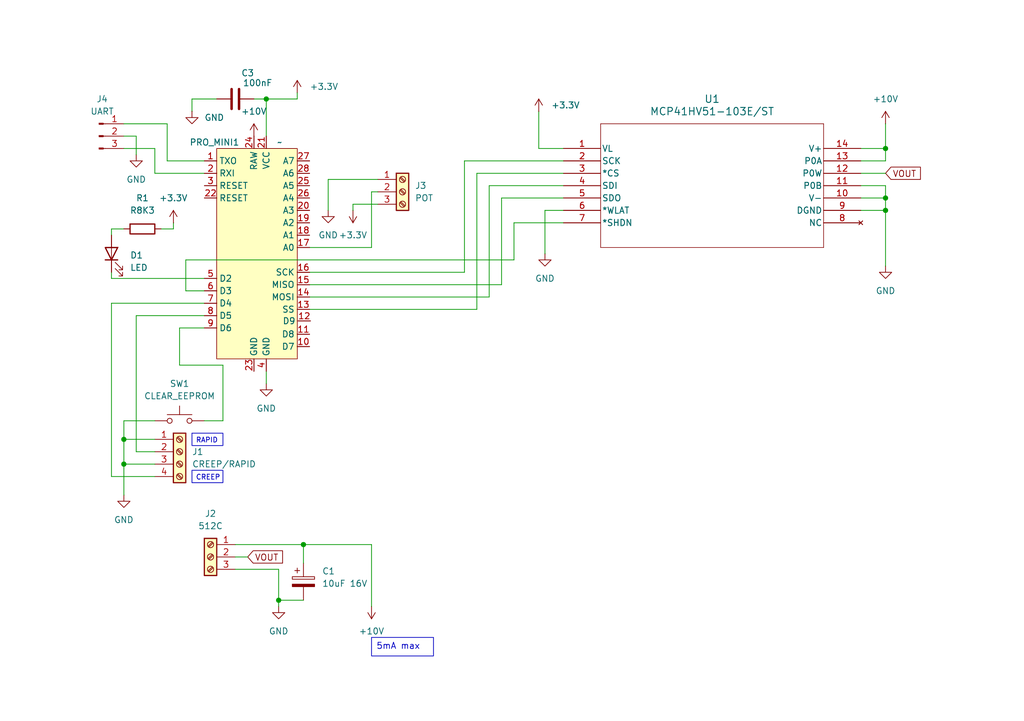
<source format=kicad_sch>
(kicad_sch (version 20231120) (generator "eeschema") (generator_version "8.0")
  (paper "A5")
  (title_block (title "MAHO MH300M Feed Controller") (rev "20240822-r1"))
  (lib_symbols
    (symbol "00_MCU_Module:Arduino_Pro_Mini"
      (property "Reference" "PRO_MINI" (at 2.286 1.778 0))
      (symbol "Arduino_Pro_Mini_1_1"
        (rectangle (start -16.51 0) (end 0 -43.18) (fill (type background)))
        (pin output line (at -19.05 -2.54 0) (length 2.54) (name "TXO") (number "1"))
        (pin bidirectional line (at 2.54 -40.64 180) (length 2.54) (name "D7") (number "10"))
        (pin bidirectional line (at 2.54 -38.1 180) (length 2.54) (name "D8") (number "11"))
        (pin bidirectional line (at 2.7104 -35.3895 180) (length 2.54) (name "D9") (number "12"))
        (pin bidirectional line (at 2.54 -33.02 180) (length 2.54) (name "D10") (number "13") (alternate "SS" output line))
        (pin bidirectional line (at 2.54 -30.48 180) (length 2.54) (name "D11") (number "14") (alternate "MOSI" output line))
        (pin bidirectional line (at 2.54 -27.94 180) (length 2.54) (name "D12") (number "15") (alternate "MISO" input line))
        (pin bidirectional line (at 2.54 -25.4 180) (length 2.54) (name "D13") (number "16") (alternate "SCK" output line))
        (pin input line (at 2.54 -20.32 180) (length 2.54) (name "A0") (number "17"))
        (pin input line (at 2.54 -17.78 180) (length 2.54) (name "A1") (number "18"))
        (pin input line (at 2.54 -15.24 180) (length 2.54) (name "A2") (number "19"))
        (pin input line (at -19.05 -5.08 0) (length 2.54) (name "RXI") (number "2"))
        (pin input line (at 2.54 -12.7 180) (length 2.54) (name "A3") (number "20"))
        (pin power_in line (at -6.35 2.54 270) (length 2.54) (name "VCC") (number "21"))
        (pin input line (at -19.05 -10.16 0) (length 2.54) (name "RESET") (number "22"))
        (pin power_in line (at -8.89 -45.72 90) (length 2.54) (name "GND") (number "23"))
        (pin power_in line (at -8.89 2.54 270) (length 2.54) (name "RAW") (number "24"))
        (pin input line (at 2.54 -7.62 180) (length 2.54) (name "A5") (number "25"))
        (pin input line (at 2.54 -10.16 180) (length 2.54) (name "A4") (number "26"))
        (pin input line (at 2.54 -2.54 180) (length 2.54) (name "A7") (number "27"))
        (pin input line (at 2.54 -5.08 180) (length 2.54) (name "A6") (number "28"))
        (pin input line (at -19.05 -7.62 0) (length 2.54) (name "RESET") (number "3"))
        (pin power_in line (at -6.35 -45.72 90) (length 2.54) (name "GND") (number "4"))
        (pin bidirectional line (at -19.05 -26.67 0) (length 2.54) (name "D2") (number "5"))
        (pin bidirectional line (at -19.05 -29.21 0) (length 2.54) (name "D3") (number "6"))
        (pin bidirectional line (at -19.05 -31.75 0) (length 2.54) (name "D4") (number "7"))
        (pin bidirectional line (at -19.05 -34.29 0) (length 2.54) (name "D5") (number "8"))
        (pin bidirectional line (at -19.05 -36.83 0) (length 2.54) (name "D6") (number "9"))
      )
    )
    (symbol "2024-07-15_14-13-34:MCP41HV51-103E_ST" (pin_names (offset 0.254))
      (property "Reference" "U" (at 30.48 10.16 0))
      (property "Value" "MCP41HV51-103E/ST" (at 30.48 7.62 0))
      (symbol "MCP41HV51-103E_ST_0_1"
        (polyline (pts (xy 7.62 -20.32) (xy 53.34 -20.32)) (stroke (width 0.127)))
        (polyline (pts (xy 7.62 5.08) (xy 7.62 -20.32)) (stroke (width 0.127)))
        (polyline (pts (xy 53.34 -20.32) (xy 53.34 5.08)) (stroke (width 0.127)))
        (polyline (pts (xy 53.34 5.08) (xy 7.62 5.08)) (stroke (width 0.127)))
        (pin power_in line (at 0 0 0) (length 7.62) (name "VL") (number "1"))
        (pin power_in line (at 60.96 -10.16 180) (length 7.62) (name "V-") (number "10"))
        (pin bidirectional line (at 60.96 -7.62 180) (length 7.62) (name "P0B") (number "11"))
        (pin bidirectional line (at 60.96 -5.08 180) (length 7.62) (name "P0W") (number "12"))
        (pin bidirectional line (at 60.96 -2.54 180) (length 7.62) (name "P0A") (number "13"))
        (pin power_in line (at 60.96 0 180) (length 7.62) (name "V+") (number "14"))
        (pin input line (at 0 -2.54 0) (length 7.62) (name "SCK") (number "2"))
        (pin input line (at 0 -5.08 0) (length 7.62) (name "*CS") (number "3"))
        (pin input line (at 0 -7.62 0) (length 7.62) (name "SDI") (number "4"))
        (pin output line (at 0 -10.16 0) (length 7.62) (name "SDO") (number "5"))
        (pin input line (at 0 -12.7 0) (length 7.62) (name "*WLAT") (number "6"))
        (pin input line (at 0 -15.24 0) (length 7.62) (name "*SHDN") (number "7"))
        (pin no_connect line (at 60.96 -15.24 180) (length 7.62) (name "NC") (number "8"))
        (pin power_in line (at 60.96 -12.7 180) (length 7.62) (name "DGND") (number "9"))
      )
    )
    (symbol "Connector:Conn_01x03_Pin" (pin_names (offset 1.016) hide)
      (property "Reference" "J" (at 0 5.08 0))
      (property "Value" "Conn_01x03_Pin" (at 0 -5.08 0))
      (symbol "Conn_01x03_Pin_1_1"
        (polyline (pts (xy 1.27 -2.54) (xy 0.8636 -2.54)) (stroke (width 0.1524)))
        (polyline (pts (xy 1.27 0) (xy 0.8636 0)) (stroke (width 0.1524)))
        (polyline (pts (xy 1.27 2.54) (xy 0.8636 2.54)) (stroke (width 0.1524)))
        (rectangle (start 0.8636 -2.413) (end 0 -2.667) (stroke (width 0.1524)) (fill (type outline)))
        (rectangle (start 0.8636 0.127) (end 0 -0.127) (stroke (width 0.1524)) (fill (type outline)))
        (rectangle (start 0.8636 2.667) (end 0 2.413) (stroke (width 0.1524)) (fill (type outline)))
        (pin passive line (at 5.08 2.54 180) (length 3.81) (name "Pin_1") (number "1"))
        (pin passive line (at 5.08 0 180) (length 3.81) (name "Pin_2") (number "2"))
        (pin passive line (at 5.08 -2.54 180) (length 3.81) (name "Pin_3") (number "3"))
      )
    )
    (symbol "Connector:Screw_Terminal_01x03" (pin_names (offset 1.016) hide)
      (property "Reference" "J" (at 0 5.08 0))
      (property "Value" "Screw_Terminal_01x03" (at 0 -5.08 0))
      (symbol "Screw_Terminal_01x03_1_1"
        (rectangle (start -1.27 3.81) (end 1.27 -3.81) (stroke (width 0.254)) (fill (type background)))
        (circle (center 0 -2.54) (radius 0.635) (stroke (width 0.1524)))
        (polyline (pts (xy -0.5334 -2.2098) (xy 0.3302 -3.048)) (stroke (width 0.1524)))
        (polyline (pts (xy -0.5334 0.3302) (xy 0.3302 -0.508)) (stroke (width 0.1524)))
        (polyline (pts (xy -0.5334 2.8702) (xy 0.3302 2.032)) (stroke (width 0.1524)))
        (polyline (pts (xy -0.3556 -2.032) (xy 0.508 -2.8702)) (stroke (width 0.1524)))
        (polyline (pts (xy -0.3556 0.508) (xy 0.508 -0.3302)) (stroke (width 0.1524)))
        (polyline (pts (xy -0.3556 3.048) (xy 0.508 2.2098)) (stroke (width 0.1524)))
        (circle (center 0 0) (radius 0.635) (stroke (width 0.1524)))
        (circle (center 0 2.54) (radius 0.635) (stroke (width 0.1524)))
        (pin passive line (at -5.08 2.54 0) (length 3.81) (name "Pin_1") (number "1"))
        (pin passive line (at -5.08 0 0) (length 3.81) (name "Pin_2") (number "2"))
        (pin passive line (at -5.08 -2.54 0) (length 3.81) (name "Pin_3") (number "3"))
      )
    )
    (symbol "Connector:Screw_Terminal_01x04" (pin_names (offset 1.016) hide)
      (property "Reference" "J" (at 0 5.08 0))
      (property "Value" "Screw_Terminal_01x04" (at 0 -7.62 0))
      (symbol "Screw_Terminal_01x04_1_1"
        (rectangle (start -1.27 3.81) (end 1.27 -6.35) (stroke (width 0.254)) (fill (type background)))
        (circle (center 0 -5.08) (radius 0.635) (stroke (width 0.1524)))
        (circle (center 0 -2.54) (radius 0.635) (stroke (width 0.1524)))
        (polyline (pts (xy -0.5334 -4.7498) (xy 0.3302 -5.588)) (stroke (width 0.1524)))
        (polyline (pts (xy -0.5334 -2.2098) (xy 0.3302 -3.048)) (stroke (width 0.1524)))
        (polyline (pts (xy -0.5334 0.3302) (xy 0.3302 -0.508)) (stroke (width 0.1524)))
        (polyline (pts (xy -0.5334 2.8702) (xy 0.3302 2.032)) (stroke (width 0.1524)))
        (polyline (pts (xy -0.3556 -4.572) (xy 0.508 -5.4102)) (stroke (width 0.1524)))
        (polyline (pts (xy -0.3556 -2.032) (xy 0.508 -2.8702)) (stroke (width 0.1524)))
        (polyline (pts (xy -0.3556 0.508) (xy 0.508 -0.3302)) (stroke (width 0.1524)))
        (polyline (pts (xy -0.3556 3.048) (xy 0.508 2.2098)) (stroke (width 0.1524)))
        (circle (center 0 0) (radius 0.635) (stroke (width 0.1524)))
        (circle (center 0 2.54) (radius 0.635) (stroke (width 0.1524)))
        (pin passive line (at -5.08 2.54 0) (length 3.81) (name "Pin_1") (number "1"))
        (pin passive line (at -5.08 0 0) (length 3.81) (name "Pin_2") (number "2"))
        (pin passive line (at -5.08 -2.54 0) (length 3.81) (name "Pin_3") (number "3"))
        (pin passive line (at -5.08 -5.08 0) (length 3.81) (name "Pin_4") (number "4"))
      )
    )
    (symbol "Device:C" (pin_numbers hide) (pin_names (offset 0.254))
      (property "Reference" "C" (at 0.635 2.54 0))
      (property "Value" "C" (at 0.635 -2.54 0))
      (symbol "C_0_1"
        (polyline (pts (xy -2.032 -0.762) (xy 2.032 -0.762)) (stroke (width 0.508)))
        (polyline (pts (xy -2.032 0.762) (xy 2.032 0.762)) (stroke (width 0.508)))
      )
      (symbol "C_1_1"
        (pin passive line (at 0 3.81 270) (length 2.794) (name "~") (number "1"))
        (pin passive line (at 0 -3.81 90) (length 2.794) (name "~") (number "2"))
      )
    )
    (symbol "Device:C_Polarized" (pin_numbers hide) (pin_names (offset 0.254))
      (property "Reference" "C" (at 0.635 2.54 0))
      (property "Value" "C_Polarized" (at 0.635 -2.54 0))
      (symbol "C_Polarized_0_1"
        (rectangle (start -2.286 0.508) (end 2.286 1.016))
        (polyline (pts (xy -1.778 2.286) (xy -0.762 2.286)))
        (polyline (pts (xy -1.27 2.794) (xy -1.27 1.778)))
        (rectangle (start 2.286 -0.508) (end -2.286 -1.016) (fill (type outline)))
      )
      (symbol "C_Polarized_1_1"
        (pin passive line (at 0 3.81 270) (length 2.794) (name "~") (number "1"))
        (pin passive line (at 0 -3.81 90) (length 2.794) (name "~") (number "2"))
      )
    )
    (symbol "Device:LED" (pin_numbers hide) (pin_names (offset 1.016) hide)
      (property "Reference" "D" (at 0 2.54 0))
      (property "Value" "LED" (at 0 -2.54 0))
      (symbol "LED_0_1"
        (polyline (pts (xy -1.27 -1.27) (xy -1.27 1.27)) (stroke (width 0.254)))
        (polyline (pts (xy -1.27 0) (xy 1.27 0)))
        (polyline (pts (xy 1.27 -1.27) (xy 1.27 1.27) (xy -1.27 0) (xy 1.27 -1.27)) (stroke (width 0.254)))
        (polyline (pts (xy -3.048 -0.762) (xy -4.572 -2.286) (xy -3.81 -2.286) (xy -4.572 -2.286) (xy -4.572 -1.524)))
        (polyline (pts (xy -1.778 -0.762) (xy -3.302 -2.286) (xy -2.54 -2.286) (xy -3.302 -2.286) (xy -3.302 -1.524)))
      )
      (symbol "LED_1_1"
        (pin passive line (at -3.81 0 0) (length 2.54) (name "K") (number "1"))
        (pin passive line (at 3.81 0 180) (length 2.54) (name "A") (number "2"))
      )
    )
    (symbol "Device:R" (pin_numbers hide) (pin_names (offset 0))
      (property "Reference" "R" (at 2.032 0 90))
      (property "Value" "R" (at 0 0 90))
      (symbol "R_0_1"
        (rectangle (start -1.016 -2.54) (end 1.016 2.54) (stroke (width 0.254)))
      )
      (symbol "R_1_1"
        (pin passive line (at 0 3.81 270) (length 1.27) (name "~") (number "1"))
        (pin passive line (at 0 -3.81 90) (length 1.27) (name "~") (number "2"))
      )
    )
    (symbol "Switch:SW_Push" (pin_numbers hide) (pin_names (offset 1.016) hide)
      (property "Reference" "SW" (at 1.27 2.54 0))
      (property "Value" "SW_Push" (at 0 -1.524 0))
      (symbol "SW_Push_0_1"
        (circle (center -2.032 0) (radius 0.508))
        (polyline (pts (xy 0 1.27) (xy 0 3.048)))
        (polyline (pts (xy 2.54 1.27) (xy -2.54 1.27)))
        (circle (center 2.032 0) (radius 0.508))
        (pin passive line (at -5.08 0 0) (length 2.54) (name "1") (number "1"))
        (pin passive line (at 5.08 0 180) (length 2.54) (name "2") (number "2"))
      )
    )
    (symbol "power:+10V" (power) (pin_numbers hide) (pin_names (offset 0) hide)
      (property "Value" "+10V" (at 0 3.556 0))
      (symbol "+10V_0_1"
        (polyline (pts (xy -0.762 1.27) (xy 0 2.54)))
        (polyline (pts (xy 0 0) (xy 0 2.54)))
        (polyline (pts (xy 0 2.54) (xy 0.762 1.27)))
      )
      (symbol "+10V_1_1"
        (pin power_in line (at 0 0 90) (length 0) (name "~") (number "1"))
      )
    )
    (symbol "power:+3.3V" (power) (pin_numbers hide) (pin_names (offset 0) hide)
      (property "Value" "+3.3V" (at 0 3.556 0))
      (symbol "+3.3V_0_1"
        (polyline (pts (xy -0.762 1.27) (xy 0 2.54)))
        (polyline (pts (xy 0 0) (xy 0 2.54)))
        (polyline (pts (xy 0 2.54) (xy 0.762 1.27)))
      )
      (symbol "+3.3V_1_1"
        (pin power_in line (at 0 0 90) (length 0) (name "~") (number "1"))
      )
    )
    (symbol "power:GND" (power) (pin_numbers hide) (pin_names (offset 0) hide)
      (property "Value" "GND" (at 0 -3.81 0))
      (symbol "GND_0_1"
        (polyline (pts (xy 0 0) (xy 0 -1.27) (xy 1.27 -1.27) (xy 0 -2.54) (xy -1.27 -1.27) (xy 0 -1.27)))
      )
      (symbol "GND_1_1"
        (pin power_in line (at 0 0 270) (length 0) (name "~") (number "1"))
      )
    )
  )
  (junction (at 25.4 90.17))
  (junction (at 54.61 20.32))
  (junction (at 181.61 43.18))
  (junction (at 57.15 123.19))
  (junction (at 62.23 111.76))
  (junction (at 181.61 30.48))
  (junction (at 25.4 95.25))
  (junction (at 181.61 40.64))
  (wire (pts (xy 63.5 58.42) (xy 102.87 58.42)))
  (wire (pts (xy 31.75 95.25) (xy 25.4 95.25)))
  (wire (pts (xy 100.33 60.96) (xy 63.5 60.96)))
  (wire (pts (xy 36.83 74.93) (xy 36.83 67.31)))
  (wire (pts (xy 176.53 38.1) (xy 181.61 38.1)))
  (wire (pts (xy 76.2 39.37) (xy 77.47 39.37)))
  (wire (pts (xy 41.91 57.15) (xy 22.86 57.15)))
  (wire (pts (xy 57.15 116.84) (xy 57.15 123.19)))
  (wire (pts (xy 27.94 92.71) (xy 27.94 64.77)))
  (wire (pts (xy 54.61 76.2) (xy 54.61 78.74)))
  (wire (pts (xy 105.41 53.34) (xy 38.1 53.34)))
  (wire (pts (xy 95.25 33.02) (xy 95.25 55.88)))
  (wire (pts (xy 181.61 40.64) (xy 181.61 43.18)))
  (wire (pts (xy 176.53 33.02) (xy 181.61 33.02)))
  (wire (pts (xy 31.75 30.48) (xy 25.4 30.48)))
  (wire (pts (xy 52.07 20.32) (xy 54.61 20.32)))
  (wire (pts (xy 27.94 92.71) (xy 31.75 92.71)))
  (wire (pts (xy 39.37 20.32) (xy 44.45 20.32)))
  (wire (pts (xy 41.91 86.36) (xy 45.72 86.36)))
  (wire (pts (xy 181.61 30.48) (xy 181.61 25.4)))
  (wire (pts (xy 77.47 36.83) (xy 67.31 36.83)))
  (wire (pts (xy 54.61 20.32) (xy 54.61 27.94)))
  (wire (pts (xy 62.23 115.57) (xy 62.23 111.76)))
  (wire (pts (xy 25.4 95.25) (xy 25.4 90.17)))
  (wire (pts (xy 38.1 53.34) (xy 38.1 59.69)))
  (wire (pts (xy 110.49 30.48) (xy 115.57 30.48)))
  (wire (pts (xy 27.94 31.75) (xy 27.94 27.94)))
  (wire (pts (xy 57.15 123.19) (xy 62.23 123.19)))
  (wire (pts (xy 31.75 35.56) (xy 31.75 30.48)))
  (wire (pts (xy 25.4 90.17) (xy 31.75 90.17)))
  (wire (pts (xy 48.26 114.3) (xy 50.8 114.3)))
  (wire (pts (xy 100.33 38.1) (xy 100.33 60.96)))
  (wire (pts (xy 34.29 33.02) (xy 34.29 25.4)))
  (wire (pts (xy 115.57 45.72) (xy 105.41 45.72)))
  (wire (pts (xy 115.57 43.18) (xy 111.76 43.18)))
  (wire (pts (xy 72.39 41.91) (xy 77.47 41.91)))
  (wire (pts (xy 31.75 86.36) (xy 25.4 86.36)))
  (wire (pts (xy 22.86 57.15) (xy 22.86 55.88)))
  (wire (pts (xy 41.91 33.02) (xy 34.29 33.02)))
  (wire (pts (xy 181.61 33.02) (xy 181.61 30.48)))
  (wire (pts (xy 111.76 43.18) (xy 111.76 52.07)))
  (wire (pts (xy 181.61 38.1) (xy 181.61 40.64)))
  (wire (pts (xy 110.49 22.86) (xy 110.49 30.48)))
  (wire (pts (xy 57.15 124.46) (xy 57.15 123.19)))
  (wire (pts (xy 60.96 19.05) (xy 60.96 20.32)))
  (wire (pts (xy 39.37 22.86) (xy 39.37 20.32)))
  (wire (pts (xy 97.79 63.5) (xy 63.5 63.5)))
  (wire (pts (xy 22.86 62.23) (xy 41.91 62.23)))
  (wire (pts (xy 97.79 35.56) (xy 97.79 63.5)))
  (wire (pts (xy 38.1 59.69) (xy 41.91 59.69)))
  (wire (pts (xy 105.41 45.72) (xy 105.41 53.34)))
  (wire (pts (xy 27.94 27.94) (xy 25.4 27.94)))
  (wire (pts (xy 67.31 36.83) (xy 67.31 43.18)))
  (wire (pts (xy 181.61 43.18) (xy 181.61 54.61)))
  (wire (pts (xy 25.4 86.36) (xy 25.4 90.17)))
  (wire (pts (xy 22.86 62.23) (xy 22.86 97.79)))
  (wire (pts (xy 45.72 86.36) (xy 45.72 74.93)))
  (wire (pts (xy 115.57 33.02) (xy 95.25 33.02)))
  (wire (pts (xy 115.57 35.56) (xy 97.79 35.56)))
  (wire (pts (xy 76.2 50.8) (xy 63.5 50.8)))
  (wire (pts (xy 57.15 116.84) (xy 48.26 116.84)))
  (wire (pts (xy 22.86 46.99) (xy 22.86 48.26)))
  (wire (pts (xy 41.91 35.56) (xy 31.75 35.56)))
  (wire (pts (xy 60.96 20.32) (xy 54.61 20.32)))
  (wire (pts (xy 102.87 58.42) (xy 102.87 40.64)))
  (wire (pts (xy 102.87 40.64) (xy 115.57 40.64)))
  (wire (pts (xy 62.23 111.76) (xy 76.2 111.76)))
  (wire (pts (xy 76.2 39.37) (xy 76.2 50.8)))
  (wire (pts (xy 76.2 124.46) (xy 76.2 111.76)))
  (wire (pts (xy 33.02 46.99) (xy 35.56 46.99)))
  (wire (pts (xy 34.29 25.4) (xy 25.4 25.4)))
  (wire (pts (xy 36.83 67.31) (xy 41.91 67.31)))
  (wire (pts (xy 115.57 38.1) (xy 100.33 38.1)))
  (wire (pts (xy 72.39 41.91) (xy 72.39 43.18)))
  (wire (pts (xy 25.4 46.99) (xy 22.86 46.99)))
  (wire (pts (xy 31.75 97.79) (xy 22.86 97.79)))
  (wire (pts (xy 48.26 111.76) (xy 62.23 111.76)))
  (wire (pts (xy 176.53 43.18) (xy 181.61 43.18)))
  (wire (pts (xy 176.53 40.64) (xy 181.61 40.64)))
  (wire (pts (xy 95.25 55.88) (xy 63.5 55.88)))
  (wire (pts (xy 25.4 101.6) (xy 25.4 95.25)))
  (wire (pts (xy 176.53 30.48) (xy 181.61 30.48)))
  (wire (pts (xy 176.53 35.56) (xy 181.61 35.56)))
  (wire (pts (xy 27.94 64.77) (xy 41.91 64.77)))
  (wire (pts (xy 35.56 46.99) (xy 35.56 45.72)))
  (wire (pts (xy 45.72 74.93) (xy 36.83 74.93)))
  (text_box "RAPID" (at 39.37 88.9 0) (size 6.35 2.54) (effects (font (size 1.016 1.016)) (justify left top)))
  (text_box "CREEP" (at 39.37 96.52 0) (size 6.35 2.54) (effects (font (size 1.016 1.016)) (justify left top)))
  (text_box "5mA max" (at 76.2 130.81 0) (size 12.7 3.81) (effects (font (size 1.27 1.27)) (justify left top)))
  (global_label "VOUT" (shape input) (at 181.61 35.56 0) (property "Intersheetrefs" "${INTERSHEET_REFS}" (effects (hide yes))))
  (global_label "VOUT" (shape input) (at 50.8 114.3 0) (property "Intersheetrefs" "${INTERSHEET_REFS}" (effects (hide yes))))
  (symbol (lib_id "Connector:Screw_Terminal_01x03") (at 43.18 114.3 0) (mirror y) (unit 1)
    (property "Reference" "J2" (at 43.18 105.41 0))
    (property "Value" "512C" (at 43.18 107.95 0))
    (property "Footprint" "TerminalBlock:TerminalBlock_bornier-3_P5.08mm" (effects (hide yes)))
    (property "Description" "Generic screw terminal, single row, 01x03, script generated (kicad-library-utils/schlib/autogen/connector/)" (effects (hide yes)))
  )
  (symbol (lib_id "Device:C_Polarized") (at 62.23 119.38 0) (unit 1)
    (property "Reference" "C1" (at 66.04 117.2209 0) (effects (justify left)))
    (property "Value" "10uF 16V" (at 66.04 119.7609 0) (effects (justify left)))
    (property "Footprint" "Capacitor_THT:CP_Radial_D4.0mm_P2.00mm" (effects (hide yes)))
    (property "Description" "Polarized capacitor" (effects (hide yes)))
  )
  (symbol (lib_id "power:GND") (at 27.94 31.75 0) (unit 1)
    (property "Reference" "#PWR013" (effects (hide yes)))
    (property "Value" "GND" (at 27.94 36.83 0))
    (property "Description" "Power symbol creates a global label with name \"GND\" , ground" (effects (hide yes)))
  )
  (symbol (lib_id "power:GND") (at 67.31 43.18 0) (unit 1)
    (property "Reference" "#PWR07" (effects (hide yes)))
    (property "Value" "GND" (at 67.31 48.26 0))
    (property "Description" "Power symbol creates a global label with name \"GND\" , ground" (effects (hide yes)))
  )
  (symbol (lib_id "Connector:Screw_Terminal_01x04") (at 36.83 92.71 0) (unit 1)
    (property "Reference" "J1" (at 39.37 92.7099 0) (effects (justify left)))
    (property "Value" "CREEP/RAPID" (at 39.37 95.2499 0) (effects (justify left)))
    (property "Footprint" "TerminalBlock:TerminalBlock_bornier-4_P5.08mm" (effects (hide yes)))
    (property "Description" "Generic screw terminal, single row, 01x04, script generated (kicad-library-utils/schlib/autogen/connector/)" (effects (hide yes)))
  )
  (symbol (lib_id "power:GND") (at 181.61 54.61 0) (unit 1)
    (property "Reference" "#PWR04" (effects (hide yes)))
    (property "Value" "GND" (at 181.61 59.69 0))
    (property "Description" "Power symbol creates a global label with name \"GND\" , ground" (effects (hide yes)))
  )
  (symbol (lib_id "power:GND") (at 57.15 124.46 0) (unit 1)
    (property "Reference" "#PWR03" (effects (hide yes)))
    (property "Value" "GND" (at 57.15 129.54 0))
    (property "Description" "Power symbol creates a global label with name \"GND\" , ground" (effects (hide yes)))
  )
  (symbol (lib_id "Device:R") (at 29.21 46.99 90) (unit 1)
    (property "Reference" "R1" (at 29.21 40.64 90))
    (property "Value" "R8K3" (at 29.21 43.18 90))
    (property "Footprint" "Resistor_THT:R_Axial_DIN0207_L6.3mm_D2.5mm_P7.62mm_Horizontal" (effects (hide yes)))
    (property "Description" "Resistor" (effects (hide yes)))
  )
  (symbol (lib_id "power:+10V") (at 52.07 27.94 0) (unit 1)
    (property "Reference" "#PWR015" (effects (hide yes)))
    (property "Value" "+10V" (at 52.07 22.86 0))
    (property "Description" "Power symbol creates a global label with name \"+10V\"" (effects (hide yes)))
  )
  (symbol (lib_id "power:GND") (at 54.61 78.74 0) (unit 1)
    (property "Reference" "#PWR05" (effects (hide yes)))
    (property "Value" "GND" (at 54.61 83.82 0))
    (property "Description" "Power symbol creates a global label with name \"GND\" , ground" (effects (hide yes)))
  )
  (symbol (lib_id "power:+3.3V") (at 35.56 45.72 0) (unit 1)
    (property "Reference" "#PWR09" (effects (hide yes)))
    (property "Value" "+3.3V" (at 35.56 40.64 0))
    (property "Description" "Power symbol creates a global label with name \"+3.3V\"" (effects (hide yes)))
  )
  (symbol (lib_id "00_MCU_Module:Arduino_Pro_Mini") (at 60.96 30.48 0) (unit 1)
    (property "Reference" "PRO_MINI1" (at 38.862 29.21 0) (effects (justify left)))
    (property "Value" "~" (at 56.8041 29.21 0) (effects (justify left)))
    (property "Footprint" "00_Module:Arduino_Pro_Mini" (effects (hide yes)))
    (pin "13" (alternate "SS"))
    (pin "14" (alternate "MOSI"))
    (pin "15" (alternate "MISO"))
    (pin "16" (alternate "SCK"))
  )
  (symbol (lib_id "power:+10V") (at 76.2 124.46 180) (unit 1)
    (property "Reference" "#PWR01" (effects (hide yes)))
    (property "Value" "+10V" (at 76.2 129.54 0))
    (property "Description" "Power symbol creates a global label with name \"+10V\"" (effects (hide yes)))
  )
  (symbol (lib_id "Device:C") (at 48.26 20.32 90) (unit 1)
    (property "Reference" "C3" (at 50.8 14.986 90))
    (property "Value" "100nF" (at 52.832 17.018 90))
    (property "Footprint" "Capacitor_THT:C_Disc_D5.0mm_W2.5mm_P2.50mm" (effects (hide yes)))
    (property "Description" "Unpolarized capacitor" (effects (hide yes)))
  )
  (symbol (lib_id "power:+10V") (at 181.61 25.4 0) (unit 1)
    (property "Reference" "#PWR02" (effects (hide yes)))
    (property "Value" "+10V" (at 181.61 20.32 0))
    (property "Description" "Power symbol creates a global label with name \"+10V\"" (effects (hide yes)))
  )
  (symbol (lib_id "power:GND") (at 111.76 52.07 0) (unit 1)
    (property "Reference" "#PWR06" (effects (hide yes)))
    (property "Value" "GND" (at 111.76 57.15 0))
    (property "Description" "Power symbol creates a global label with name \"GND\" , ground" (effects (hide yes)))
  )
  (symbol (lib_id "power:+3.3V") (at 60.96 19.05 0) (unit 1)
    (property "Reference" "#PWR010" (effects (hide yes)))
    (property "Value" "+3.3V" (at 63.5 17.7799 0) (effects (justify left)))
    (property "Description" "Power symbol creates a global label with name \"+3.3V\"" (effects (hide yes)))
  )
  (symbol (lib_id "Connector:Screw_Terminal_01x03") (at 82.55 39.37 0) (unit 1)
    (property "Reference" "J3" (at 85.09 38.0999 0) (effects (justify left)))
    (property "Value" "POT" (at 85.09 40.6399 0) (effects (justify left)))
    (property "Footprint" "TerminalBlock:TerminalBlock_bornier-3_P5.08mm" (effects (hide yes)))
    (property "Description" "Generic screw terminal, single row, 01x03, script generated (kicad-library-utils/schlib/autogen/connector/)" (effects (hide yes)))
  )
  (symbol (lib_id "Switch:SW_Push") (at 36.83 86.36 0) (unit 1)
    (property "Reference" "SW1" (at 36.83 78.74 0))
    (property "Value" "CLEAR_EEPROM" (at 36.83 81.28 0))
    (property "Footprint" "Button_Switch_THT:SW_PUSH_6mm" (effects (hide yes)))
    (property "Description" "Push button switch, generic, two pins" (effects (hide yes)))
  )
  (symbol (lib_id "power:+3.3V") (at 72.39 43.18 180) (unit 1)
    (property "Reference" "#PWR012" (effects (hide yes)))
    (property "Value" "+3.3V" (at 72.39 48.26 0))
    (property "Description" "Power symbol creates a global label with name \"+3.3V\"" (effects (hide yes)))
  )
  (symbol (lib_id "Device:LED") (at 22.86 52.07 90) (unit 1)
    (property "Reference" "D1" (at 26.67 52.3874 90) (effects (justify right)))
    (property "Value" "LED" (at 26.67 54.9274 90) (effects (justify right)))
    (property "Footprint" "LED_THT:LED_D5.0mm" (effects (hide yes)))
    (property "Description" "Light emitting diode" (effects (hide yes)))
  )
  (symbol (lib_id "2024-07-15_14-13-34:MCP41HV51-103E_ST") (at 115.57 30.48 0) (unit 1)
    (property "Reference" "U1" (at 146.05 20.32 0) (effects (font (size 1.524 1.524))))
    (property "Value" "MCP41HV51-103E/ST" (at 146.05 22.86 0) (effects (font (size 1.524 1.524))))
    (property "Footprint" "TSSOP14_MC_MCH" (effects (hide yes)))
    (property "Datasheet" "MCP41HV51-103E/ST" (effects (hide yes)))
  )
  (symbol (lib_id "power:GND") (at 39.37 22.86 0) (unit 1)
    (property "Reference" "#PWR014" (effects (hide yes)))
    (property "Value" "GND" (at 41.91 24.1299 0) (effects (justify left)))
    (property "Description" "Power symbol creates a global label with name \"GND\" , ground" (effects (hide yes)))
  )
  (symbol (lib_id "power:+3.3V") (at 110.49 22.86 0) (unit 1)
    (property "Reference" "#PWR011" (effects (hide yes)))
    (property "Value" "+3.3V" (at 113.03 21.5899 0) (effects (justify left)))
    (property "Description" "Power symbol creates a global label with name \"+3.3V\"" (effects (hide yes)))
  )
  (symbol (lib_id "Connector:Conn_01x03_Pin") (at 20.32 27.94 0) (unit 1)
    (property "Reference" "J4" (at 20.955 20.32 0))
    (property "Value" "UART" (at 20.955 22.86 0))
    (property "Footprint" "Connector_JST:JST_XH_B3B-XH-A_1x03_P2.50mm_Vertical" (effects (hide yes)))
    (property "Description" "Generic connector, single row, 01x03, script generated" (effects (hide yes)))
  )
  (symbol (lib_id "power:GND") (at 25.4 101.6 0) (unit 1)
    (property "Reference" "#PWR08" (effects (hide yes)))
    (property "Value" "GND" (at 25.4 106.68 0))
    (property "Description" "Power symbol creates a global label with name \"GND\" , ground" (effects (hide yes)))
  )
)
</source>
